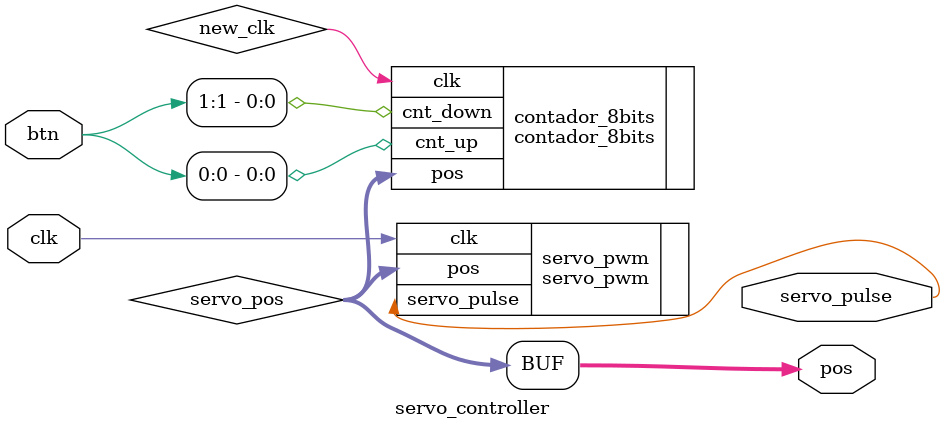
<source format=v>
module servo_controller(
	input clk, //25 MHz
	input [1:0] btn,

	output [7:0] pos,
	output servo_pulse
    );

		wire [7:0] servo_pos;
		
		assign pos = servo_pos;

		contador_8bits contador_8bits (
		  .cnt_up(btn[0]),
		  .cnt_down(btn[1]),
		  .clk(new_clk),

		  .pos(servo_pos) //8bits
		);

		servo_pwm servo_pwm (
			.pos(servo_pos), //8bits
			.clk(clk),

			.servo_pulse(servo_pulse)
		);


endmodule

</source>
